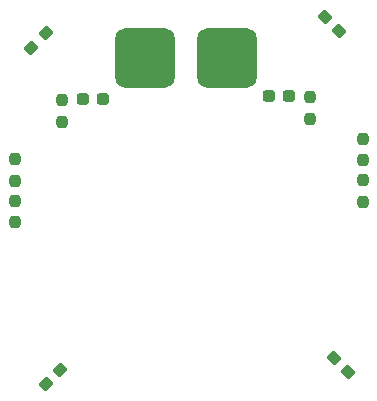
<source format=gbr>
%TF.GenerationSoftware,KiCad,Pcbnew,9.0.1*%
%TF.CreationDate,2025-05-12T23:40:56+02:00*%
%TF.ProjectId,knit_yarn,6b6e6974-5f79-4617-926e-2e6b69636164,rev?*%
%TF.SameCoordinates,Original*%
%TF.FileFunction,Paste,Bot*%
%TF.FilePolarity,Positive*%
%FSLAX46Y46*%
G04 Gerber Fmt 4.6, Leading zero omitted, Abs format (unit mm)*
G04 Created by KiCad (PCBNEW 9.0.1) date 2025-05-12 23:40:56*
%MOMM*%
%LPD*%
G01*
G04 APERTURE LIST*
G04 Aperture macros list*
%AMRoundRect*
0 Rectangle with rounded corners*
0 $1 Rounding radius*
0 $2 $3 $4 $5 $6 $7 $8 $9 X,Y pos of 4 corners*
0 Add a 4 corners polygon primitive as box body*
4,1,4,$2,$3,$4,$5,$6,$7,$8,$9,$2,$3,0*
0 Add four circle primitives for the rounded corners*
1,1,$1+$1,$2,$3*
1,1,$1+$1,$4,$5*
1,1,$1+$1,$6,$7*
1,1,$1+$1,$8,$9*
0 Add four rect primitives between the rounded corners*
20,1,$1+$1,$2,$3,$4,$5,0*
20,1,$1+$1,$4,$5,$6,$7,0*
20,1,$1+$1,$6,$7,$8,$9,0*
20,1,$1+$1,$8,$9,$2,$3,0*%
G04 Aperture macros list end*
%ADD10RoundRect,0.237500X0.237500X-0.250000X0.237500X0.250000X-0.237500X0.250000X-0.237500X-0.250000X0*%
%ADD11RoundRect,0.237500X0.287500X0.237500X-0.287500X0.237500X-0.287500X-0.237500X0.287500X-0.237500X0*%
%ADD12RoundRect,0.237500X-0.287500X-0.237500X0.287500X-0.237500X0.287500X0.237500X-0.287500X0.237500X0*%
%ADD13RoundRect,0.237500X0.035355X0.371231X-0.371231X-0.035355X-0.035355X-0.371231X0.371231X0.035355X0*%
%ADD14RoundRect,0.750000X1.750000X1.750000X-1.750000X1.750000X-1.750000X-1.750000X1.750000X-1.750000X0*%
%ADD15RoundRect,0.237500X-0.237500X0.250000X-0.237500X-0.250000X0.237500X-0.250000X0.237500X0.250000X0*%
%ADD16RoundRect,0.237500X-0.371231X0.035355X0.035355X-0.371231X0.371231X-0.035355X-0.035355X0.371231X0*%
%ADD17RoundRect,0.237500X-0.035355X-0.371231X0.371231X0.035355X0.035355X0.371231X-0.371231X-0.035355X0*%
%ADD18RoundRect,0.237500X0.371231X-0.035355X-0.035355X0.371231X-0.371231X0.035355X0.035355X-0.371231X0*%
G04 APERTURE END LIST*
D10*
%TO.C,R6*%
X89000000Y-82412500D03*
X89000000Y-80587500D03*
%TD*%
%TO.C,R5*%
X110000000Y-82162500D03*
X110000000Y-80337500D03*
%TD*%
D11*
%TO.C,D6*%
X92500000Y-80500000D03*
X90750000Y-80500000D03*
%TD*%
D12*
%TO.C,D5*%
X106500000Y-80250000D03*
X108250000Y-80250000D03*
%TD*%
D13*
%TO.C,D4*%
X86381282Y-76118718D03*
X87618718Y-74881282D03*
%TD*%
D14*
%TO.C,SW1*%
X103000000Y-77000000D03*
X96000000Y-77000000D03*
%TD*%
D10*
%TO.C,R4*%
X85000000Y-87412500D03*
X85000000Y-85587500D03*
%TD*%
%TO.C,R3*%
X114500000Y-85662500D03*
X114500000Y-83837500D03*
%TD*%
D15*
%TO.C,R2*%
X85000000Y-89087500D03*
X85000000Y-90912500D03*
%TD*%
%TO.C,R1*%
X114500000Y-87337500D03*
X114500000Y-89162500D03*
%TD*%
D16*
%TO.C,D3*%
X111262564Y-73512564D03*
X112500000Y-74750000D03*
%TD*%
D17*
%TO.C,D2*%
X87631282Y-104618718D03*
X88868718Y-103381282D03*
%TD*%
D18*
%TO.C,D1*%
X113243718Y-103618718D03*
X112006282Y-102381282D03*
%TD*%
M02*

</source>
